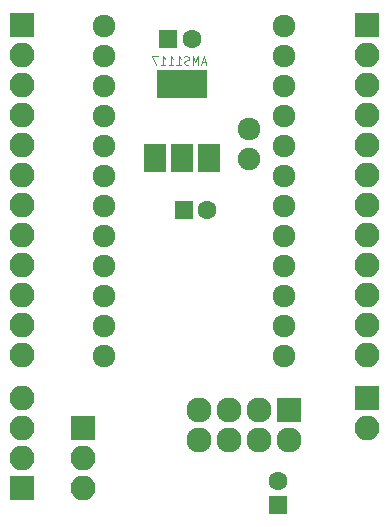
<source format=gbr>
G04 #@! TF.FileFunction,Soldermask,Bot*
%FSLAX46Y46*%
G04 Gerber Fmt 4.6, Leading zero omitted, Abs format (unit mm)*
G04 Created by KiCad (PCBNEW 4.0.7-e2-6376~58~ubuntu16.04.1) date Mon Apr  2 12:22:34 2018*
%MOMM*%
%LPD*%
G01*
G04 APERTURE LIST*
%ADD10C,0.100000*%
%ADD11R,2.100000X2.100000*%
%ADD12O,2.100000X2.100000*%
%ADD13R,1.600000X1.600000*%
%ADD14C,1.600000*%
%ADD15R,4.200000X2.400000*%
%ADD16R,1.900000X2.400000*%
%ADD17O,2.127200X2.127200*%
%ADD18R,2.127200X2.127200*%
%ADD19C,1.924000*%
%ADD20C,1.900000*%
G04 APERTURE END LIST*
D10*
X122248334Y-70474667D02*
X121915000Y-70474667D01*
X122315000Y-70674667D02*
X122081667Y-69974667D01*
X121848334Y-70674667D01*
X121615000Y-70674667D02*
X121615000Y-69974667D01*
X121381667Y-70474667D01*
X121148334Y-69974667D01*
X121148334Y-70674667D01*
X120848334Y-70641333D02*
X120748334Y-70674667D01*
X120581667Y-70674667D01*
X120515000Y-70641333D01*
X120481667Y-70608000D01*
X120448334Y-70541333D01*
X120448334Y-70474667D01*
X120481667Y-70408000D01*
X120515000Y-70374667D01*
X120581667Y-70341333D01*
X120715000Y-70308000D01*
X120781667Y-70274667D01*
X120815000Y-70241333D01*
X120848334Y-70174667D01*
X120848334Y-70108000D01*
X120815000Y-70041333D01*
X120781667Y-70008000D01*
X120715000Y-69974667D01*
X120548334Y-69974667D01*
X120448334Y-70008000D01*
X119781667Y-70674667D02*
X120181667Y-70674667D01*
X119981667Y-70674667D02*
X119981667Y-69974667D01*
X120048333Y-70074667D01*
X120115000Y-70141333D01*
X120181667Y-70174667D01*
X119115000Y-70674667D02*
X119515000Y-70674667D01*
X119315000Y-70674667D02*
X119315000Y-69974667D01*
X119381666Y-70074667D01*
X119448333Y-70141333D01*
X119515000Y-70174667D01*
X118448333Y-70674667D02*
X118848333Y-70674667D01*
X118648333Y-70674667D02*
X118648333Y-69974667D01*
X118714999Y-70074667D01*
X118781666Y-70141333D01*
X118848333Y-70174667D01*
X118214999Y-69974667D02*
X117748332Y-69974667D01*
X118048332Y-70674667D01*
D11*
X135890000Y-98933000D03*
D12*
X135890000Y-101473000D03*
D13*
X128397000Y-107950000D03*
D14*
X128397000Y-105950000D03*
D11*
X106680000Y-67310000D03*
D12*
X106680000Y-69850000D03*
X106680000Y-72390000D03*
X106680000Y-74930000D03*
X106680000Y-77470000D03*
X106680000Y-80010000D03*
X106680000Y-82550000D03*
X106680000Y-85090000D03*
X106680000Y-87630000D03*
X106680000Y-90170000D03*
X106680000Y-92710000D03*
X106680000Y-95250000D03*
D11*
X111887000Y-101473000D03*
D12*
X111887000Y-104013000D03*
X111887000Y-106553000D03*
D11*
X135890000Y-67310000D03*
D12*
X135890000Y-69850000D03*
X135890000Y-72390000D03*
X135890000Y-74930000D03*
X135890000Y-77470000D03*
X135890000Y-80010000D03*
X135890000Y-82550000D03*
X135890000Y-85090000D03*
X135890000Y-87630000D03*
X135890000Y-90170000D03*
X135890000Y-92710000D03*
X135890000Y-95250000D03*
D15*
X120269000Y-72288000D03*
D16*
X120269000Y-78588000D03*
X117969000Y-78588000D03*
X122569000Y-78588000D03*
D17*
X121666000Y-99949000D03*
X121666000Y-102489000D03*
X124206000Y-99949000D03*
X124206000Y-102489000D03*
X126746000Y-99949000D03*
X126746000Y-102489000D03*
D18*
X129286000Y-99949000D03*
D17*
X129286000Y-102489000D03*
D19*
X113637144Y-67365000D03*
X113637144Y-69905000D03*
X113637144Y-72445000D03*
X113637144Y-74985000D03*
X113637144Y-77525000D03*
X113637144Y-80065000D03*
X113637144Y-82605000D03*
X113637144Y-85145000D03*
X113637144Y-87685000D03*
X113637144Y-90225000D03*
X113637144Y-92765000D03*
X113637144Y-95305000D03*
X128877144Y-67365000D03*
X128877144Y-69905000D03*
X128877144Y-72445000D03*
X128877144Y-74985000D03*
X128877144Y-77525000D03*
X128877144Y-80065000D03*
X128877144Y-82605000D03*
X128877144Y-85145000D03*
X128877144Y-87685000D03*
X128877144Y-90225000D03*
X128877144Y-92765000D03*
X128877144Y-95305000D03*
X125956144Y-76128000D03*
D20*
X125956144Y-78668000D03*
D11*
X106680000Y-106553000D03*
D12*
X106680000Y-104013000D03*
X106680000Y-101473000D03*
X106680000Y-98933000D03*
D13*
X119100000Y-68500000D03*
D14*
X121100000Y-68500000D03*
D13*
X120400000Y-83000000D03*
D14*
X122400000Y-83000000D03*
M02*

</source>
